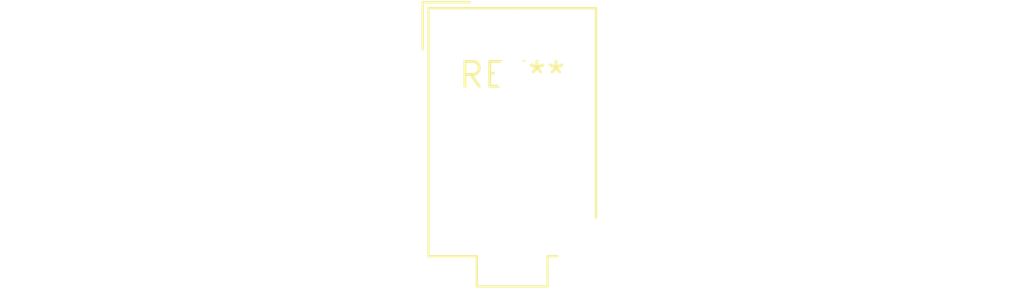
<source format=kicad_pcb>
(kicad_pcb (version 20240108) (generator pcbnew)
  (layers (0 "F.Cu" signal) (31 "B.Cu" signal) (34 "B.Paste" user) (35 "F.Paste" user) (36 "B.SilkS" user "B.Silkscreen") (37 "F.SilkS" user "F.Silkscreen") (38 "B.Mask" user) (39 "F.Mask" user) (44 "Edge.Cuts" user))
  (net 0 "")
  (footprint "Molex_Mega-Fit_76829-0102_2x01_P5.70mm_Vertical" (layer "F.Cu") (at 0 0)
    (property "Reference" "REF**")
    (property "Value" "Molex_Mega-Fit_76829-0102_2x01_P5.70mm_Vertical")
    (fp_line (start -4.585 -3.72) (end -2.175 -3.72) (layer "F.SilkS") (stroke (width 0.12)))
    (fp_line (start -4.585 -1.31) (end -4.585 -3.72) (layer "F.SilkS") (stroke (width 0.12)))
    (fp_line (start -4.285 -3.42) (end -4.285 9.28) (layer "F.SilkS") (stroke (width 0.12)))
    (fp_line (start -4.285 9.28) (end -1.81 9.28) (layer "F.SilkS") (stroke (width 0.12)))
    (fp_line (start -1.81 9.28) (end -1.81 10.83) (layer "F.SilkS") (stroke (width 0.12)))
    (fp_line (start -1.81 10.83) (end 0 10.83) (layer "F.SilkS") (stroke (width 0.12)))
    (fp_line (start 0 -3.42) (end -4.285 -3.42) (layer "F.SilkS") (stroke (width 0.12)))
    (fp_line (start 0 -3.42) (end 4.285 -3.42) (layer "F.SilkS") (stroke (width 0.12)))
    (fp_line (start 1.81 9.28) (end 1.81 10.83) (layer "F.SilkS") (stroke (width 0.12)))
    (fp_line (start 1.81 10.83) (end 0 10.83) (layer "F.SilkS") (stroke (width 0.12)))
    (fp_line (start 2.32 9.28) (end 1.81 9.28) (layer "F.SilkS") (stroke (width 0.12)))
    (fp_line (start 4.285 -3.42) (end 4.285 7.31) (layer "F.SilkS") (stroke (width 0.12)))
    (pad "" np_thru_hole circle (at 3.48 8.47) (size 1.8 1.8) (drill 1.8) (layers *.Cu *.Mask))
    (pad "1" thru_hole roundrect (at 0 0) (size 3.7 3.7) (drill 1.8) (layers *.Cu *.Mask) (remove_unused_layers) (roundrect_rratio 0.067568))
    (pad "2" thru_hole circle (at 0 5.7) (size 3.7 3.7) (drill 1.8) (layers *.Cu *.Mask) (remove_unused_layers))
  )
)
</source>
